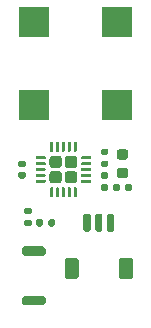
<source format=gbr>
%TF.GenerationSoftware,KiCad,Pcbnew,5.1.10*%
%TF.CreationDate,2021-06-29T06:22:03+03:00*%
%TF.ProjectId,tinyWASP,74696e79-5741-4535-902e-6b696361645f,rev?*%
%TF.SameCoordinates,Original*%
%TF.FileFunction,Paste,Top*%
%TF.FilePolarity,Positive*%
%FSLAX46Y46*%
G04 Gerber Fmt 4.6, Leading zero omitted, Abs format (unit mm)*
G04 Created by KiCad (PCBNEW 5.1.10) date 2021-06-29 06:22:03*
%MOMM*%
%LPD*%
G01*
G04 APERTURE LIST*
%ADD10R,2.500000X2.500000*%
G04 APERTURE END LIST*
D10*
%TO.C,BZ1*%
X157000000Y-90500000D03*
X164000000Y-90500000D03*
X164000000Y-97500000D03*
X157000000Y-97500000D03*
%TD*%
%TO.C,C1*%
G36*
G01*
X155830000Y-103200000D02*
X156170000Y-103200000D01*
G75*
G02*
X156310000Y-103340000I0J-140000D01*
G01*
X156310000Y-103620000D01*
G75*
G02*
X156170000Y-103760000I-140000J0D01*
G01*
X155830000Y-103760000D01*
G75*
G02*
X155690000Y-103620000I0J140000D01*
G01*
X155690000Y-103340000D01*
G75*
G02*
X155830000Y-103200000I140000J0D01*
G01*
G37*
G36*
G01*
X155830000Y-102240000D02*
X156170000Y-102240000D01*
G75*
G02*
X156310000Y-102380000I0J-140000D01*
G01*
X156310000Y-102660000D01*
G75*
G02*
X156170000Y-102800000I-140000J0D01*
G01*
X155830000Y-102800000D01*
G75*
G02*
X155690000Y-102660000I0J140000D01*
G01*
X155690000Y-102380000D01*
G75*
G02*
X155830000Y-102240000I140000J0D01*
G01*
G37*
%TD*%
%TO.C,D2*%
G36*
G01*
X164756250Y-103725000D02*
X164243750Y-103725000D01*
G75*
G02*
X164025000Y-103506250I0J218750D01*
G01*
X164025000Y-103068750D01*
G75*
G02*
X164243750Y-102850000I218750J0D01*
G01*
X164756250Y-102850000D01*
G75*
G02*
X164975000Y-103068750I0J-218750D01*
G01*
X164975000Y-103506250D01*
G75*
G02*
X164756250Y-103725000I-218750J0D01*
G01*
G37*
G36*
G01*
X164756250Y-102150000D02*
X164243750Y-102150000D01*
G75*
G02*
X164025000Y-101931250I0J218750D01*
G01*
X164025000Y-101493750D01*
G75*
G02*
X164243750Y-101275000I218750J0D01*
G01*
X164756250Y-101275000D01*
G75*
G02*
X164975000Y-101493750I0J-218750D01*
G01*
X164975000Y-101931250D01*
G75*
G02*
X164756250Y-102150000I-218750J0D01*
G01*
G37*
%TD*%
%TO.C,J5*%
G36*
G01*
X161200000Y-108125000D02*
X161200000Y-106875000D01*
G75*
G02*
X161350000Y-106725000I150000J0D01*
G01*
X161650000Y-106725000D01*
G75*
G02*
X161800000Y-106875000I0J-150000D01*
G01*
X161800000Y-108125000D01*
G75*
G02*
X161650000Y-108275000I-150000J0D01*
G01*
X161350000Y-108275000D01*
G75*
G02*
X161200000Y-108125000I0J150000D01*
G01*
G37*
G36*
G01*
X162200000Y-108125000D02*
X162200000Y-106875000D01*
G75*
G02*
X162350000Y-106725000I150000J0D01*
G01*
X162650000Y-106725000D01*
G75*
G02*
X162800000Y-106875000I0J-150000D01*
G01*
X162800000Y-108125000D01*
G75*
G02*
X162650000Y-108275000I-150000J0D01*
G01*
X162350000Y-108275000D01*
G75*
G02*
X162200000Y-108125000I0J150000D01*
G01*
G37*
G36*
G01*
X163200000Y-108125000D02*
X163200000Y-106875000D01*
G75*
G02*
X163350000Y-106725000I150000J0D01*
G01*
X163650000Y-106725000D01*
G75*
G02*
X163800000Y-106875000I0J-150000D01*
G01*
X163800000Y-108125000D01*
G75*
G02*
X163650000Y-108275000I-150000J0D01*
G01*
X163350000Y-108275000D01*
G75*
G02*
X163200000Y-108125000I0J150000D01*
G01*
G37*
G36*
G01*
X159600000Y-112025001D02*
X159600000Y-110724999D01*
G75*
G02*
X159849999Y-110475000I249999J0D01*
G01*
X160550001Y-110475000D01*
G75*
G02*
X160800000Y-110724999I0J-249999D01*
G01*
X160800000Y-112025001D01*
G75*
G02*
X160550001Y-112275000I-249999J0D01*
G01*
X159849999Y-112275000D01*
G75*
G02*
X159600000Y-112025001I0J249999D01*
G01*
G37*
G36*
G01*
X164200000Y-112025001D02*
X164200000Y-110724999D01*
G75*
G02*
X164449999Y-110475000I249999J0D01*
G01*
X165150001Y-110475000D01*
G75*
G02*
X165400000Y-110724999I0J-249999D01*
G01*
X165400000Y-112025001D01*
G75*
G02*
X165150001Y-112275000I-249999J0D01*
G01*
X164449999Y-112275000D01*
G75*
G02*
X164200000Y-112025001I0J249999D01*
G01*
G37*
%TD*%
%TO.C,R3*%
G36*
G01*
X162815000Y-103220000D02*
X163185000Y-103220000D01*
G75*
G02*
X163320000Y-103355000I0J-135000D01*
G01*
X163320000Y-103625000D01*
G75*
G02*
X163185000Y-103760000I-135000J0D01*
G01*
X162815000Y-103760000D01*
G75*
G02*
X162680000Y-103625000I0J135000D01*
G01*
X162680000Y-103355000D01*
G75*
G02*
X162815000Y-103220000I135000J0D01*
G01*
G37*
G36*
G01*
X162815000Y-104240000D02*
X163185000Y-104240000D01*
G75*
G02*
X163320000Y-104375000I0J-135000D01*
G01*
X163320000Y-104645000D01*
G75*
G02*
X163185000Y-104780000I-135000J0D01*
G01*
X162815000Y-104780000D01*
G75*
G02*
X162680000Y-104645000I0J135000D01*
G01*
X162680000Y-104375000D01*
G75*
G02*
X162815000Y-104240000I135000J0D01*
G01*
G37*
%TD*%
%TO.C,R4*%
G36*
G01*
X162815000Y-102240000D02*
X163185000Y-102240000D01*
G75*
G02*
X163320000Y-102375000I0J-135000D01*
G01*
X163320000Y-102645000D01*
G75*
G02*
X163185000Y-102780000I-135000J0D01*
G01*
X162815000Y-102780000D01*
G75*
G02*
X162680000Y-102645000I0J135000D01*
G01*
X162680000Y-102375000D01*
G75*
G02*
X162815000Y-102240000I135000J0D01*
G01*
G37*
G36*
G01*
X162815000Y-101220000D02*
X163185000Y-101220000D01*
G75*
G02*
X163320000Y-101355000I0J-135000D01*
G01*
X163320000Y-101625000D01*
G75*
G02*
X163185000Y-101760000I-135000J0D01*
G01*
X162815000Y-101760000D01*
G75*
G02*
X162680000Y-101625000I0J135000D01*
G01*
X162680000Y-101355000D01*
G75*
G02*
X162815000Y-101220000I135000J0D01*
G01*
G37*
%TD*%
%TO.C,R5*%
G36*
G01*
X157220000Y-107685000D02*
X157220000Y-107315000D01*
G75*
G02*
X157355000Y-107180000I135000J0D01*
G01*
X157625000Y-107180000D01*
G75*
G02*
X157760000Y-107315000I0J-135000D01*
G01*
X157760000Y-107685000D01*
G75*
G02*
X157625000Y-107820000I-135000J0D01*
G01*
X157355000Y-107820000D01*
G75*
G02*
X157220000Y-107685000I0J135000D01*
G01*
G37*
G36*
G01*
X158240000Y-107685000D02*
X158240000Y-107315000D01*
G75*
G02*
X158375000Y-107180000I135000J0D01*
G01*
X158645000Y-107180000D01*
G75*
G02*
X158780000Y-107315000I0J-135000D01*
G01*
X158780000Y-107685000D01*
G75*
G02*
X158645000Y-107820000I-135000J0D01*
G01*
X158375000Y-107820000D01*
G75*
G02*
X158240000Y-107685000I0J135000D01*
G01*
G37*
%TD*%
%TO.C,R6*%
G36*
G01*
X156315000Y-106220000D02*
X156685000Y-106220000D01*
G75*
G02*
X156820000Y-106355000I0J-135000D01*
G01*
X156820000Y-106625000D01*
G75*
G02*
X156685000Y-106760000I-135000J0D01*
G01*
X156315000Y-106760000D01*
G75*
G02*
X156180000Y-106625000I0J135000D01*
G01*
X156180000Y-106355000D01*
G75*
G02*
X156315000Y-106220000I135000J0D01*
G01*
G37*
G36*
G01*
X156315000Y-107240000D02*
X156685000Y-107240000D01*
G75*
G02*
X156820000Y-107375000I0J-135000D01*
G01*
X156820000Y-107645000D01*
G75*
G02*
X156685000Y-107780000I-135000J0D01*
G01*
X156315000Y-107780000D01*
G75*
G02*
X156180000Y-107645000I0J135000D01*
G01*
X156180000Y-107375000D01*
G75*
G02*
X156315000Y-107240000I135000J0D01*
G01*
G37*
%TD*%
%TO.C,R7*%
G36*
G01*
X164740000Y-104685000D02*
X164740000Y-104315000D01*
G75*
G02*
X164875000Y-104180000I135000J0D01*
G01*
X165145000Y-104180000D01*
G75*
G02*
X165280000Y-104315000I0J-135000D01*
G01*
X165280000Y-104685000D01*
G75*
G02*
X165145000Y-104820000I-135000J0D01*
G01*
X164875000Y-104820000D01*
G75*
G02*
X164740000Y-104685000I0J135000D01*
G01*
G37*
G36*
G01*
X163720000Y-104685000D02*
X163720000Y-104315000D01*
G75*
G02*
X163855000Y-104180000I135000J0D01*
G01*
X164125000Y-104180000D01*
G75*
G02*
X164260000Y-104315000I0J-135000D01*
G01*
X164260000Y-104685000D01*
G75*
G02*
X164125000Y-104820000I-135000J0D01*
G01*
X163855000Y-104820000D01*
G75*
G02*
X163720000Y-104685000I0J135000D01*
G01*
G37*
%TD*%
%TO.C,SW1*%
G36*
G01*
X156200000Y-113700000D02*
X157800000Y-113700000D01*
G75*
G02*
X158000000Y-113900000I0J-200000D01*
G01*
X158000000Y-114300000D01*
G75*
G02*
X157800000Y-114500000I-200000J0D01*
G01*
X156200000Y-114500000D01*
G75*
G02*
X156000000Y-114300000I0J200000D01*
G01*
X156000000Y-113900000D01*
G75*
G02*
X156200000Y-113700000I200000J0D01*
G01*
G37*
G36*
G01*
X156200000Y-109500000D02*
X157800000Y-109500000D01*
G75*
G02*
X158000000Y-109700000I0J-200000D01*
G01*
X158000000Y-110100000D01*
G75*
G02*
X157800000Y-110300000I-200000J0D01*
G01*
X156200000Y-110300000D01*
G75*
G02*
X156000000Y-110100000I0J200000D01*
G01*
X156000000Y-109700000D01*
G75*
G02*
X156200000Y-109500000I200000J0D01*
G01*
G37*
%TD*%
%TO.C,U1*%
G36*
G01*
X160437500Y-100650000D02*
X160562500Y-100650000D01*
G75*
G02*
X160625000Y-100712500I0J-62500D01*
G01*
X160625000Y-101437500D01*
G75*
G02*
X160562500Y-101500000I-62500J0D01*
G01*
X160437500Y-101500000D01*
G75*
G02*
X160375000Y-101437500I0J62500D01*
G01*
X160375000Y-100712500D01*
G75*
G02*
X160437500Y-100650000I62500J0D01*
G01*
G37*
G36*
G01*
X159937500Y-100650000D02*
X160062500Y-100650000D01*
G75*
G02*
X160125000Y-100712500I0J-62500D01*
G01*
X160125000Y-101437500D01*
G75*
G02*
X160062500Y-101500000I-62500J0D01*
G01*
X159937500Y-101500000D01*
G75*
G02*
X159875000Y-101437500I0J62500D01*
G01*
X159875000Y-100712500D01*
G75*
G02*
X159937500Y-100650000I62500J0D01*
G01*
G37*
G36*
G01*
X159437500Y-100650000D02*
X159562500Y-100650000D01*
G75*
G02*
X159625000Y-100712500I0J-62500D01*
G01*
X159625000Y-101437500D01*
G75*
G02*
X159562500Y-101500000I-62500J0D01*
G01*
X159437500Y-101500000D01*
G75*
G02*
X159375000Y-101437500I0J62500D01*
G01*
X159375000Y-100712500D01*
G75*
G02*
X159437500Y-100650000I62500J0D01*
G01*
G37*
G36*
G01*
X158937500Y-100650000D02*
X159062500Y-100650000D01*
G75*
G02*
X159125000Y-100712500I0J-62500D01*
G01*
X159125000Y-101437500D01*
G75*
G02*
X159062500Y-101500000I-62500J0D01*
G01*
X158937500Y-101500000D01*
G75*
G02*
X158875000Y-101437500I0J62500D01*
G01*
X158875000Y-100712500D01*
G75*
G02*
X158937500Y-100650000I62500J0D01*
G01*
G37*
G36*
G01*
X158437500Y-100650000D02*
X158562500Y-100650000D01*
G75*
G02*
X158625000Y-100712500I0J-62500D01*
G01*
X158625000Y-101437500D01*
G75*
G02*
X158562500Y-101500000I-62500J0D01*
G01*
X158437500Y-101500000D01*
G75*
G02*
X158375000Y-101437500I0J62500D01*
G01*
X158375000Y-100712500D01*
G75*
G02*
X158437500Y-100650000I62500J0D01*
G01*
G37*
G36*
G01*
X157212500Y-101875000D02*
X157937500Y-101875000D01*
G75*
G02*
X158000000Y-101937500I0J-62500D01*
G01*
X158000000Y-102062500D01*
G75*
G02*
X157937500Y-102125000I-62500J0D01*
G01*
X157212500Y-102125000D01*
G75*
G02*
X157150000Y-102062500I0J62500D01*
G01*
X157150000Y-101937500D01*
G75*
G02*
X157212500Y-101875000I62500J0D01*
G01*
G37*
G36*
G01*
X157212500Y-102375000D02*
X157937500Y-102375000D01*
G75*
G02*
X158000000Y-102437500I0J-62500D01*
G01*
X158000000Y-102562500D01*
G75*
G02*
X157937500Y-102625000I-62500J0D01*
G01*
X157212500Y-102625000D01*
G75*
G02*
X157150000Y-102562500I0J62500D01*
G01*
X157150000Y-102437500D01*
G75*
G02*
X157212500Y-102375000I62500J0D01*
G01*
G37*
G36*
G01*
X157212500Y-102875000D02*
X157937500Y-102875000D01*
G75*
G02*
X158000000Y-102937500I0J-62500D01*
G01*
X158000000Y-103062500D01*
G75*
G02*
X157937500Y-103125000I-62500J0D01*
G01*
X157212500Y-103125000D01*
G75*
G02*
X157150000Y-103062500I0J62500D01*
G01*
X157150000Y-102937500D01*
G75*
G02*
X157212500Y-102875000I62500J0D01*
G01*
G37*
G36*
G01*
X157212500Y-103375000D02*
X157937500Y-103375000D01*
G75*
G02*
X158000000Y-103437500I0J-62500D01*
G01*
X158000000Y-103562500D01*
G75*
G02*
X157937500Y-103625000I-62500J0D01*
G01*
X157212500Y-103625000D01*
G75*
G02*
X157150000Y-103562500I0J62500D01*
G01*
X157150000Y-103437500D01*
G75*
G02*
X157212500Y-103375000I62500J0D01*
G01*
G37*
G36*
G01*
X157212500Y-103875000D02*
X157937500Y-103875000D01*
G75*
G02*
X158000000Y-103937500I0J-62500D01*
G01*
X158000000Y-104062500D01*
G75*
G02*
X157937500Y-104125000I-62500J0D01*
G01*
X157212500Y-104125000D01*
G75*
G02*
X157150000Y-104062500I0J62500D01*
G01*
X157150000Y-103937500D01*
G75*
G02*
X157212500Y-103875000I62500J0D01*
G01*
G37*
G36*
G01*
X158437500Y-104500000D02*
X158562500Y-104500000D01*
G75*
G02*
X158625000Y-104562500I0J-62500D01*
G01*
X158625000Y-105287500D01*
G75*
G02*
X158562500Y-105350000I-62500J0D01*
G01*
X158437500Y-105350000D01*
G75*
G02*
X158375000Y-105287500I0J62500D01*
G01*
X158375000Y-104562500D01*
G75*
G02*
X158437500Y-104500000I62500J0D01*
G01*
G37*
G36*
G01*
X158937500Y-104500000D02*
X159062500Y-104500000D01*
G75*
G02*
X159125000Y-104562500I0J-62500D01*
G01*
X159125000Y-105287500D01*
G75*
G02*
X159062500Y-105350000I-62500J0D01*
G01*
X158937500Y-105350000D01*
G75*
G02*
X158875000Y-105287500I0J62500D01*
G01*
X158875000Y-104562500D01*
G75*
G02*
X158937500Y-104500000I62500J0D01*
G01*
G37*
G36*
G01*
X159437500Y-104500000D02*
X159562500Y-104500000D01*
G75*
G02*
X159625000Y-104562500I0J-62500D01*
G01*
X159625000Y-105287500D01*
G75*
G02*
X159562500Y-105350000I-62500J0D01*
G01*
X159437500Y-105350000D01*
G75*
G02*
X159375000Y-105287500I0J62500D01*
G01*
X159375000Y-104562500D01*
G75*
G02*
X159437500Y-104500000I62500J0D01*
G01*
G37*
G36*
G01*
X159937500Y-104500000D02*
X160062500Y-104500000D01*
G75*
G02*
X160125000Y-104562500I0J-62500D01*
G01*
X160125000Y-105287500D01*
G75*
G02*
X160062500Y-105350000I-62500J0D01*
G01*
X159937500Y-105350000D01*
G75*
G02*
X159875000Y-105287500I0J62500D01*
G01*
X159875000Y-104562500D01*
G75*
G02*
X159937500Y-104500000I62500J0D01*
G01*
G37*
G36*
G01*
X160437500Y-104500000D02*
X160562500Y-104500000D01*
G75*
G02*
X160625000Y-104562500I0J-62500D01*
G01*
X160625000Y-105287500D01*
G75*
G02*
X160562500Y-105350000I-62500J0D01*
G01*
X160437500Y-105350000D01*
G75*
G02*
X160375000Y-105287500I0J62500D01*
G01*
X160375000Y-104562500D01*
G75*
G02*
X160437500Y-104500000I62500J0D01*
G01*
G37*
G36*
G01*
X161062500Y-103875000D02*
X161787500Y-103875000D01*
G75*
G02*
X161850000Y-103937500I0J-62500D01*
G01*
X161850000Y-104062500D01*
G75*
G02*
X161787500Y-104125000I-62500J0D01*
G01*
X161062500Y-104125000D01*
G75*
G02*
X161000000Y-104062500I0J62500D01*
G01*
X161000000Y-103937500D01*
G75*
G02*
X161062500Y-103875000I62500J0D01*
G01*
G37*
G36*
G01*
X161062500Y-103375000D02*
X161787500Y-103375000D01*
G75*
G02*
X161850000Y-103437500I0J-62500D01*
G01*
X161850000Y-103562500D01*
G75*
G02*
X161787500Y-103625000I-62500J0D01*
G01*
X161062500Y-103625000D01*
G75*
G02*
X161000000Y-103562500I0J62500D01*
G01*
X161000000Y-103437500D01*
G75*
G02*
X161062500Y-103375000I62500J0D01*
G01*
G37*
G36*
G01*
X161062500Y-102875000D02*
X161787500Y-102875000D01*
G75*
G02*
X161850000Y-102937500I0J-62500D01*
G01*
X161850000Y-103062500D01*
G75*
G02*
X161787500Y-103125000I-62500J0D01*
G01*
X161062500Y-103125000D01*
G75*
G02*
X161000000Y-103062500I0J62500D01*
G01*
X161000000Y-102937500D01*
G75*
G02*
X161062500Y-102875000I62500J0D01*
G01*
G37*
G36*
G01*
X161062500Y-102375000D02*
X161787500Y-102375000D01*
G75*
G02*
X161850000Y-102437500I0J-62500D01*
G01*
X161850000Y-102562500D01*
G75*
G02*
X161787500Y-102625000I-62500J0D01*
G01*
X161062500Y-102625000D01*
G75*
G02*
X161000000Y-102562500I0J62500D01*
G01*
X161000000Y-102437500D01*
G75*
G02*
X161062500Y-102375000I62500J0D01*
G01*
G37*
G36*
G01*
X161062500Y-101875000D02*
X161787500Y-101875000D01*
G75*
G02*
X161850000Y-101937500I0J-62500D01*
G01*
X161850000Y-102062500D01*
G75*
G02*
X161787500Y-102125000I-62500J0D01*
G01*
X161062500Y-102125000D01*
G75*
G02*
X161000000Y-102062500I0J62500D01*
G01*
X161000000Y-101937500D01*
G75*
G02*
X161062500Y-101875000I62500J0D01*
G01*
G37*
G36*
G01*
X159874999Y-101825000D02*
X160425001Y-101825000D01*
G75*
G02*
X160675000Y-102074999I0J-249999D01*
G01*
X160675000Y-102625001D01*
G75*
G02*
X160425001Y-102875000I-249999J0D01*
G01*
X159874999Y-102875000D01*
G75*
G02*
X159625000Y-102625001I0J249999D01*
G01*
X159625000Y-102074999D01*
G75*
G02*
X159874999Y-101825000I249999J0D01*
G01*
G37*
G36*
G01*
X158574999Y-101825000D02*
X159125001Y-101825000D01*
G75*
G02*
X159375000Y-102074999I0J-249999D01*
G01*
X159375000Y-102625001D01*
G75*
G02*
X159125001Y-102875000I-249999J0D01*
G01*
X158574999Y-102875000D01*
G75*
G02*
X158325000Y-102625001I0J249999D01*
G01*
X158325000Y-102074999D01*
G75*
G02*
X158574999Y-101825000I249999J0D01*
G01*
G37*
G36*
G01*
X159874999Y-103125000D02*
X160425001Y-103125000D01*
G75*
G02*
X160675000Y-103374999I0J-249999D01*
G01*
X160675000Y-103925001D01*
G75*
G02*
X160425001Y-104175000I-249999J0D01*
G01*
X159874999Y-104175000D01*
G75*
G02*
X159625000Y-103925001I0J249999D01*
G01*
X159625000Y-103374999D01*
G75*
G02*
X159874999Y-103125000I249999J0D01*
G01*
G37*
G36*
G01*
X158574999Y-103125000D02*
X159125001Y-103125000D01*
G75*
G02*
X159375000Y-103374999I0J-249999D01*
G01*
X159375000Y-103925001D01*
G75*
G02*
X159125001Y-104175000I-249999J0D01*
G01*
X158574999Y-104175000D01*
G75*
G02*
X158325000Y-103925001I0J249999D01*
G01*
X158325000Y-103374999D01*
G75*
G02*
X158574999Y-103125000I249999J0D01*
G01*
G37*
%TD*%
M02*

</source>
